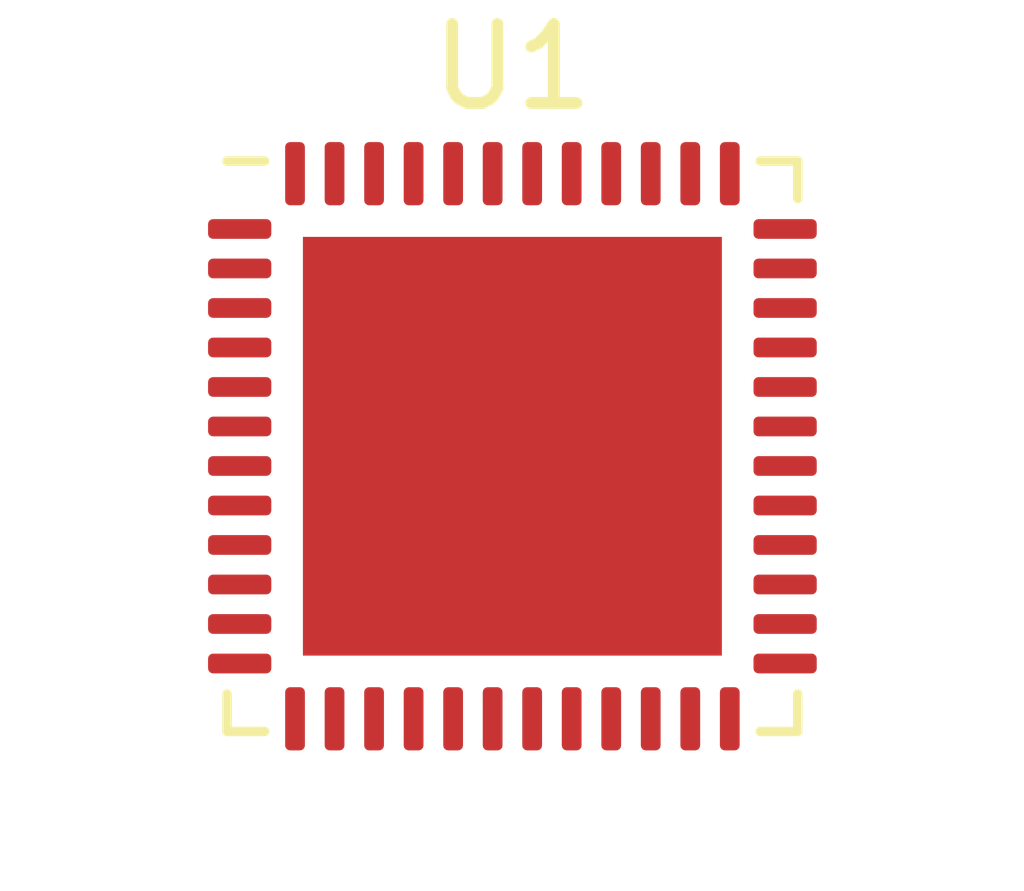
<source format=kicad_pcb>
(kicad_pcb (version 20221018) (generator pcbnew)
  (layers (0 "F.Cu" signal) (31 "B.Cu" signal) (34 "B.Paste" user) (35 "F.Paste" user) (36 "B.SilkS" user "B.Silkscreen") (37 "F.SilkS" user "F.Silkscreen") (38 "B.Mask" user) (39 "F.Mask" user) (44 "Edge.Cuts" user))
  (net 0 "")
  (net 1 "Net-(U1-VDDA-Pad1)")
  (net 3 "Net-(U1-VDDA3P3-Pad3)")
  (footprint "Package_DFN_QFN:QFN-48-1EP_7x7mm_P0.5mm_EP5.3x5.3mm" (layer "F.Cu") (at 128.63 81.07)
    (fp_text reference "U1" (at 0 -4.8) (layer "F.SilkS"))
    (fp_text value "ESP32-PICO-D4")
    (fp_line (start -3.61 3.61) (end -3.61 3.135) (stroke (width 0.12)) (layer "F.SilkS"))
    (fp_line (start -3.135 -3.61) (end -3.61 -3.61) (stroke (width 0.12)) (layer "F.SilkS"))
    (fp_line (start -3.135 3.61) (end -3.61 3.61) (stroke (width 0.12)) (layer "F.SilkS"))
    (fp_line (start 3.135 -3.61) (end 3.61 -3.61) (stroke (width 0.12)) (layer "F.SilkS"))
    (fp_line (start 3.135 3.61) (end 3.61 3.61) (stroke (width 0.12)) (layer "F.SilkS"))
    (fp_line (start 3.61 -3.61) (end 3.61 -3.135) (stroke (width 0.12)) (layer "F.SilkS"))
    (fp_line (start 3.61 3.61) (end 3.61 3.135) (stroke (width 0.12)) (layer "F.SilkS"))
    (pad "1" smd roundrect (at -3.45 -2.75) (size 0.8 0.25) (layers "F.Cu" "F.Paste" "F.Mask") (net 1 "Net-(U1-VDDA-Pad1)"))
    (pad "2" smd roundrect (at -3.45 -2.25) (size 0.8 0.25) (layers "F.Cu" "F.Paste" "F.Mask"))
    (pad "3" smd roundrect (at -3.45 -1.75) (size 0.8 0.25) (layers "F.Cu" "F.Paste" "F.Mask") (net 3 "Net-(U1-VDDA3P3-Pad3)"))
    (pad "4" smd roundrect (at -3.45 -1.25) (size 0.8 0.25) (layers "F.Cu" "F.Paste" "F.Mask") (net 3 "Net-(U1-VDDA3P3-Pad3)"))
    (pad "5" smd roundrect (at -3.45 -0.75) (size 0.8 0.25) (layers "F.Cu" "F.Paste" "F.Mask"))
    (pad "6" smd roundrect (at -3.45 -0.25) (size 0.8 0.25) (layers "F.Cu" "F.Paste" "F.Mask"))
    (pad "7" smd roundrect (at -3.45 0.25) (size 0.8 0.25) (layers "F.Cu" "F.Paste" "F.Mask"))
    (pad "8" smd roundrect (at -3.45 0.75) (size 0.8 0.25) (layers "F.Cu" "F.Paste" "F.Mask"))
    (pad "9" smd roundrect (at -3.45 1.25) (size 0.8 0.25) (layers "F.Cu" "F.Paste" "F.Mask"))
    (pad "10" smd roundrect (at -3.45 1.75) (size 0.8 0.25) (layers "F.Cu" "F.Paste" "F.Mask"))
    (pad "11" smd roundrect (at -3.45 2.25) (size 0.8 0.25) (layers "F.Cu" "F.Paste" "F.Mask"))
    (pad "12" smd roundrect (at -3.45 2.75) (size 0.8 0.25) (layers "F.Cu" "F.Paste" "F.Mask"))
    (pad "13" smd roundrect (at -2.75 3.45) (size 0.25 0.8) (layers "F.Cu" "F.Paste" "F.Mask"))
    (pad "14" smd roundrect (at -2.25 3.45) (size 0.25 0.8) (layers "F.Cu" "F.Paste" "F.Mask"))
    (pad "15" smd roundrect (at -1.75 3.45) (size 0.25 0.8) (layers "F.Cu" "F.Paste" "F.Mask"))
    (pad "16" smd roundrect (at -1.25 3.45) (size 0.25 0.8) (layers "F.Cu" "F.Paste" "F.Mask"))
    (pad "17" smd roundrect (at -0.75 3.45) (size 0.25 0.8) (layers "F.Cu" "F.Paste" "F.Mask"))
    (pad "18" smd roundrect (at -0.25 3.45) (size 0.25 0.8) (layers "F.Cu" "F.Paste" "F.Mask"))
    (pad "19" smd roundrect (at 0.25 3.45) (size 0.25 0.8) (layers "F.Cu" "F.Paste" "F.Mask"))
    (pad "20" smd roundrect (at 0.75 3.45) (size 0.25 0.8) (layers "F.Cu" "F.Paste" "F.Mask"))
    (pad "21" smd roundrect (at 1.25 3.45) (size 0.25 0.8) (layers "F.Cu" "F.Paste" "F.Mask"))
    (pad "22" smd roundrect (at 1.75 3.45) (size 0.25 0.8) (layers "F.Cu" "F.Paste" "F.Mask"))
    (pad "23" smd roundrect (at 2.25 3.45) (size 0.25 0.8) (layers "F.Cu" "F.Paste" "F.Mask"))
    (pad "24" smd roundrect (at 2.75 3.45) (size 0.25 0.8) (layers "F.Cu" "F.Paste" "F.Mask"))
    (pad "25" smd roundrect (at 3.45 2.75) (size 0.8 0.25) (layers "F.Cu" "F.Paste" "F.Mask"))
    (pad "26" smd roundrect (at 3.45 2.25) (size 0.8 0.25) (layers "F.Cu" "F.Paste" "F.Mask"))
    (pad "27" smd roundrect (at 3.45 1.75) (size 0.8 0.25) (layers "F.Cu" "F.Paste" "F.Mask"))
    (pad "28" smd roundrect (at 3.45 1.25) (size 0.8 0.25) (layers "F.Cu" "F.Paste" "F.Mask"))
    (pad "29" smd roundrect (at 3.45 0.75) (size 0.8 0.25) (layers "F.Cu" "F.Paste" "F.Mask"))
    (pad "30" smd roundrect (at 3.45 0.25) (size 0.8 0.25) (layers "F.Cu" "F.Paste" "F.Mask"))
    (pad "31" smd roundrect (at 3.45 -0.25) (size 0.8 0.25) (layers "F.Cu" "F.Paste" "F.Mask"))
    (pad "32" smd roundrect (at 3.45 -0.75) (size 0.8 0.25) (layers "F.Cu" "F.Paste" "F.Mask"))
    (pad "33" smd roundrect (at 3.45 -1.25) (size 0.8 0.25) (layers "F.Cu" "F.Paste" "F.Mask"))
    (pad "34" smd roundrect (at 3.45 -1.75) (size 0.8 0.25) (layers "F.Cu" "F.Paste" "F.Mask"))
    (pad "35" smd roundrect (at 3.45 -2.25) (size 0.8 0.25) (layers "F.Cu" "F.Paste" "F.Mask"))
    (pad "36" smd roundrect (at 3.45 -2.75) (size 0.8 0.25) (layers "F.Cu" "F.Paste" "F.Mask"))
    (pad "37" smd roundrect (at 2.75 -3.45) (size 0.25 0.8) (layers "F.Cu" "F.Paste" "F.Mask"))
    (pad "38" smd roundrect (at 2.25 -3.45) (size 0.25 0.8) (layers "F.Cu" "F.Paste" "F.Mask"))
    (pad "39" smd roundrect (at 1.75 -3.45) (size 0.25 0.8) (layers "F.Cu" "F.Paste" "F.Mask"))
    (pad "40" smd roundrect (at 1.25 -3.45) (size 0.25 0.8) (layers "F.Cu" "F.Paste" "F.Mask"))
    (pad "41" smd roundrect (at 0.75 -3.45) (size 0.25 0.8) (layers "F.Cu" "F.Paste" "F.Mask"))
    (pad "42" smd roundrect (at 0.25 -3.45) (size 0.25 0.8) (layers "F.Cu" "F.Paste" "F.Mask"))
    (pad "43" smd roundrect (at -0.25 -3.45) (size 0.25 0.8) (layers "F.Cu" "F.Paste" "F.Mask") (net 1 "Net-(U1-VDDA-Pad1)"))
    (pad "44" smd roundrect (at -0.75 -3.45) (size 0.25 0.8) (layers "F.Cu" "F.Paste" "F.Mask"))
    (pad "45" smd roundrect (at -1.25 -3.45) (size 0.25 0.8) (layers "F.Cu" "F.Paste" "F.Mask"))
    (pad "46" smd roundrect (at -1.75 -3.45) (size 0.25 0.8) (layers "F.Cu" "F.Paste" "F.Mask") (net 1 "Net-(U1-VDDA-Pad1)"))
    (pad "47" smd roundrect (at -2.25 -3.45) (size 0.25 0.8) (layers "F.Cu" "F.Paste" "F.Mask"))
    (pad "48" smd roundrect (at -2.75 -3.45) (size 0.25 0.8) (layers "F.Cu" "F.Paste" "F.Mask"))
    (pad "49" smd rect (at 0 0) (size 5.3 5.3) (layers "F.Cu" "F.Mask"))
  )
)
</source>
